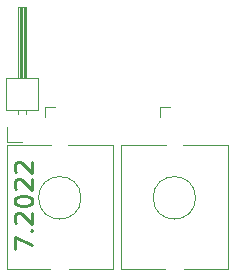
<source format=gbr>
%TF.GenerationSoftware,KiCad,Pcbnew,(6.0.2-0)*%
%TF.CreationDate,2022-07-29T18:49:05+02:00*%
%TF.ProjectId,crossfaderAttenuator,63726f73-7366-4616-9465-72417474656e,rev?*%
%TF.SameCoordinates,Original*%
%TF.FileFunction,Legend,Top*%
%TF.FilePolarity,Positive*%
%FSLAX46Y46*%
G04 Gerber Fmt 4.6, Leading zero omitted, Abs format (unit mm)*
G04 Created by KiCad (PCBNEW (6.0.2-0)) date 2022-07-29 18:49:05*
%MOMM*%
%LPD*%
G01*
G04 APERTURE LIST*
%ADD10C,0.250000*%
%ADD11C,0.120000*%
G04 APERTURE END LIST*
D10*
X136428571Y-87239285D02*
X136428571Y-86239285D01*
X137928571Y-86882142D01*
X137785714Y-85667857D02*
X137857142Y-85596428D01*
X137928571Y-85667857D01*
X137857142Y-85739285D01*
X137785714Y-85667857D01*
X137928571Y-85667857D01*
X136571428Y-85025000D02*
X136500000Y-84953571D01*
X136428571Y-84810714D01*
X136428571Y-84453571D01*
X136500000Y-84310714D01*
X136571428Y-84239285D01*
X136714285Y-84167857D01*
X136857142Y-84167857D01*
X137071428Y-84239285D01*
X137928571Y-85096428D01*
X137928571Y-84167857D01*
X136428571Y-83239285D02*
X136428571Y-83096428D01*
X136500000Y-82953571D01*
X136571428Y-82882142D01*
X136714285Y-82810714D01*
X137000000Y-82739285D01*
X137357142Y-82739285D01*
X137642857Y-82810714D01*
X137785714Y-82882142D01*
X137857142Y-82953571D01*
X137928571Y-83096428D01*
X137928571Y-83239285D01*
X137857142Y-83382142D01*
X137785714Y-83453571D01*
X137642857Y-83525000D01*
X137357142Y-83596428D01*
X137000000Y-83596428D01*
X136714285Y-83525000D01*
X136571428Y-83453571D01*
X136500000Y-83382142D01*
X136428571Y-83239285D01*
X136571428Y-82167857D02*
X136500000Y-82096428D01*
X136428571Y-81953571D01*
X136428571Y-81596428D01*
X136500000Y-81453571D01*
X136571428Y-81382142D01*
X136714285Y-81310714D01*
X136857142Y-81310714D01*
X137071428Y-81382142D01*
X137928571Y-82239285D01*
X137928571Y-81310714D01*
X136571428Y-80739285D02*
X136500000Y-80667857D01*
X136428571Y-80525000D01*
X136428571Y-80167857D01*
X136500000Y-80025000D01*
X136571428Y-79953571D01*
X136714285Y-79882142D01*
X136857142Y-79882142D01*
X137071428Y-79953571D01*
X137928571Y-80810714D01*
X137928571Y-79882142D01*
D11*
%TO.C,J3*%
X136670000Y-66775000D02*
X137430000Y-66775000D01*
X136850000Y-72775000D02*
X136850000Y-66775000D01*
X137430000Y-66775000D02*
X137430000Y-72775000D01*
X137050000Y-78145000D02*
X135780000Y-78145000D01*
X135720000Y-72775000D02*
X135720000Y-75435000D01*
X135720000Y-75435000D02*
X138380000Y-75435000D01*
X137430000Y-75765000D02*
X137430000Y-75435000D01*
X135780000Y-78145000D02*
X135780000Y-76875000D01*
X137210000Y-72775000D02*
X137210000Y-66775000D01*
X138380000Y-75435000D02*
X138380000Y-72775000D01*
X137330000Y-72775000D02*
X137330000Y-66775000D01*
X136970000Y-72775000D02*
X136970000Y-66775000D01*
X138380000Y-72775000D02*
X135720000Y-72775000D01*
X136730000Y-72775000D02*
X136730000Y-66775000D01*
X136670000Y-72775000D02*
X136670000Y-66775000D01*
X137090000Y-72775000D02*
X137090000Y-66775000D01*
X136670000Y-75765000D02*
X136670000Y-75435000D01*
%TO.C,J2*%
X144750000Y-78400000D02*
X144750000Y-88900000D01*
X139020000Y-75250000D02*
X139880000Y-75250000D01*
X144750000Y-88900000D02*
X141050000Y-88900000D01*
X135750000Y-78400000D02*
X135750000Y-88900000D01*
X139530000Y-78400000D02*
X135750000Y-78400000D01*
X139450000Y-88900000D02*
X135750000Y-88900000D01*
X139020000Y-75250000D02*
X139020000Y-76050000D01*
X144750000Y-78400000D02*
X140970000Y-78400000D01*
X142050000Y-82900000D02*
G75*
G03*
X142050000Y-82900000I-1800000J0D01*
G01*
%TO.C,J1*%
X145450000Y-78400000D02*
X145450000Y-88900000D01*
X154450000Y-88900000D02*
X150750000Y-88900000D01*
X148720000Y-75250000D02*
X148720000Y-76050000D01*
X149150000Y-88900000D02*
X145450000Y-88900000D01*
X148720000Y-75250000D02*
X149580000Y-75250000D01*
X154450000Y-78400000D02*
X150670000Y-78400000D01*
X154450000Y-78400000D02*
X154450000Y-88900000D01*
X149230000Y-78400000D02*
X145450000Y-78400000D01*
X151750000Y-82900000D02*
G75*
G03*
X151750000Y-82900000I-1800000J0D01*
G01*
%TD*%
M02*

</source>
